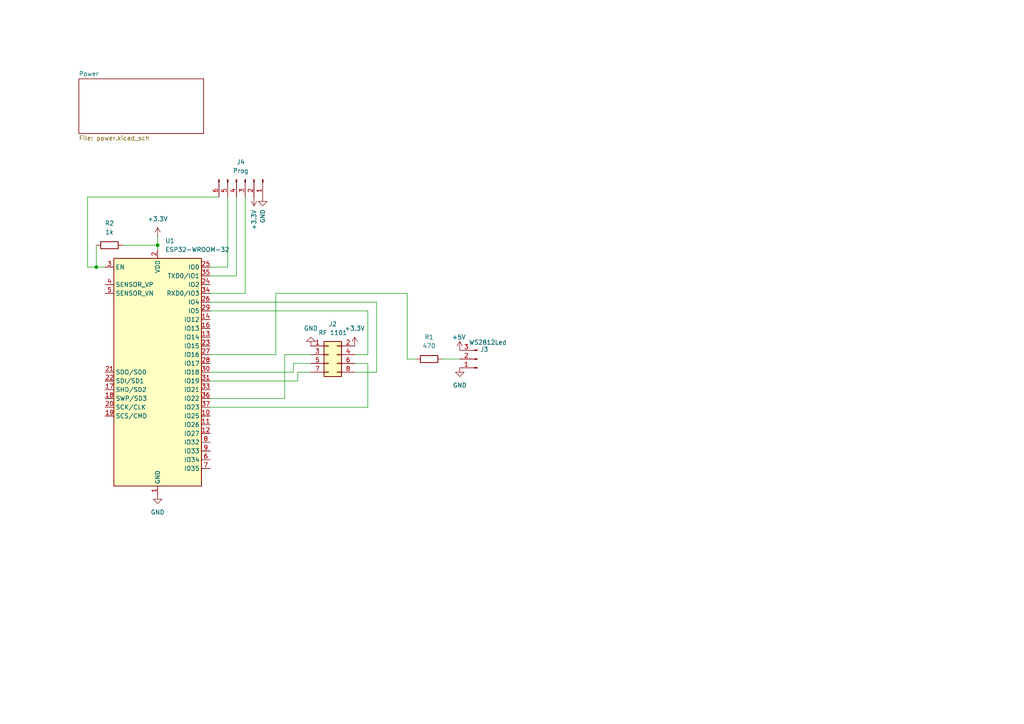
<source format=kicad_sch>
(kicad_sch (version 20231120) (generator "eeschema") (generator_version "8.0")
  (paper "A4")
  (lib_symbols
    (symbol "Connector:Conn_01x03_Pin" (pin_names (offset 1.016) hide)
      (property "Reference" "J" (at 0 5.08 0))
      (property "Value" "Conn_01x03_Pin" (at 0 -5.08 0))
      (symbol "Conn_01x03_Pin_1_1"
        (polyline (pts (xy 1.27 -2.54) (xy 0.8636 -2.54)) (stroke (width 0.1524)))
        (polyline (pts (xy 1.27 0) (xy 0.8636 0)) (stroke (width 0.1524)))
        (polyline (pts (xy 1.27 2.54) (xy 0.8636 2.54)) (stroke (width 0.1524)))
        (rectangle (start 0.8636 -2.413) (end 0 -2.667) (stroke (width 0.1524)) (fill (type outline)))
        (rectangle (start 0.8636 0.127) (end 0 -0.127) (stroke (width 0.1524)) (fill (type outline)))
        (rectangle (start 0.8636 2.667) (end 0 2.413) (stroke (width 0.1524)) (fill (type outline)))
        (pin passive line (at 5.08 2.54 180) (length 3.81) (name "Pin_1") (number "1"))
        (pin passive line (at 5.08 0 180) (length 3.81) (name "Pin_2") (number "2"))
        (pin passive line (at 5.08 -2.54 180) (length 3.81) (name "Pin_3") (number "3"))
      )
    )
    (symbol "Connector:Conn_01x06_Pin" (pin_names (offset 1.016) hide)
      (property "Reference" "J" (at 0 7.62 0))
      (property "Value" "Conn_01x06_Pin" (at 0 -10.16 0))
      (symbol "Conn_01x06_Pin_1_1"
        (polyline (pts (xy 1.27 -7.62) (xy 0.8636 -7.62)) (stroke (width 0.1524)))
        (polyline (pts (xy 1.27 -5.08) (xy 0.8636 -5.08)) (stroke (width 0.1524)))
        (polyline (pts (xy 1.27 -2.54) (xy 0.8636 -2.54)) (stroke (width 0.1524)))
        (polyline (pts (xy 1.27 0) (xy 0.8636 0)) (stroke (width 0.1524)))
        (polyline (pts (xy 1.27 2.54) (xy 0.8636 2.54)) (stroke (width 0.1524)))
        (polyline (pts (xy 1.27 5.08) (xy 0.8636 5.08)) (stroke (width 0.1524)))
        (rectangle (start 0.8636 -7.493) (end 0 -7.747) (stroke (width 0.1524)) (fill (type outline)))
        (rectangle (start 0.8636 -4.953) (end 0 -5.207) (stroke (width 0.1524)) (fill (type outline)))
        (rectangle (start 0.8636 -2.413) (end 0 -2.667) (stroke (width 0.1524)) (fill (type outline)))
        (rectangle (start 0.8636 0.127) (end 0 -0.127) (stroke (width 0.1524)) (fill (type outline)))
        (rectangle (start 0.8636 2.667) (end 0 2.413) (stroke (width 0.1524)) (fill (type outline)))
        (rectangle (start 0.8636 5.207) (end 0 4.953) (stroke (width 0.1524)) (fill (type outline)))
        (pin passive line (at 5.08 5.08 180) (length 3.81) (name "Pin_1") (number "1"))
        (pin passive line (at 5.08 2.54 180) (length 3.81) (name "Pin_2") (number "2"))
        (pin passive line (at 5.08 0 180) (length 3.81) (name "Pin_3") (number "3"))
        (pin passive line (at 5.08 -2.54 180) (length 3.81) (name "Pin_4") (number "4"))
        (pin passive line (at 5.08 -5.08 180) (length 3.81) (name "Pin_5") (number "5"))
        (pin passive line (at 5.08 -7.62 180) (length 3.81) (name "Pin_6") (number "6"))
      )
    )
    (symbol "Connector_Generic:Conn_02x04_Odd_Even" (pin_names (offset 1.016) hide)
      (property "Reference" "J" (at 1.27 5.08 0))
      (property "Value" "Conn_02x04_Odd_Even" (at 1.27 -7.62 0))
      (symbol "Conn_02x04_Odd_Even_1_1"
        (rectangle (start -1.27 -4.953) (end 0 -5.207) (stroke (width 0.1524)))
        (rectangle (start -1.27 -2.413) (end 0 -2.667) (stroke (width 0.1524)))
        (rectangle (start -1.27 0.127) (end 0 -0.127) (stroke (width 0.1524)))
        (rectangle (start -1.27 2.667) (end 0 2.413) (stroke (width 0.1524)))
        (rectangle (start -1.27 3.81) (end 3.81 -6.35) (stroke (width 0.254)) (fill (type background)))
        (rectangle (start 3.81 -4.953) (end 2.54 -5.207) (stroke (width 0.1524)))
        (rectangle (start 3.81 -2.413) (end 2.54 -2.667) (stroke (width 0.1524)))
        (rectangle (start 3.81 0.127) (end 2.54 -0.127) (stroke (width 0.1524)))
        (rectangle (start 3.81 2.667) (end 2.54 2.413) (stroke (width 0.1524)))
        (pin passive line (at -5.08 2.54 0) (length 3.81) (name "Pin_1") (number "1"))
        (pin passive line (at 7.62 2.54 180) (length 3.81) (name "Pin_2") (number "2"))
        (pin passive line (at -5.08 0 0) (length 3.81) (name "Pin_3") (number "3"))
        (pin passive line (at 7.62 0 180) (length 3.81) (name "Pin_4") (number "4"))
        (pin passive line (at -5.08 -2.54 0) (length 3.81) (name "Pin_5") (number "5"))
        (pin passive line (at 7.62 -2.54 180) (length 3.81) (name "Pin_6") (number "6"))
        (pin passive line (at -5.08 -5.08 0) (length 3.81) (name "Pin_7") (number "7"))
        (pin passive line (at 7.62 -5.08 180) (length 3.81) (name "Pin_8") (number "8"))
      )
    )
    (symbol "Device:R" (pin_numbers hide) (pin_names (offset 0))
      (property "Reference" "R" (at 2.032 0 90))
      (property "Value" "R" (at 0 0 90))
      (symbol "R_0_1"
        (rectangle (start -1.016 -2.54) (end 1.016 2.54) (stroke (width 0.254)))
      )
      (symbol "R_1_1"
        (pin passive line (at 0 3.81 270) (length 1.27) (name "~") (number "1"))
        (pin passive line (at 0 -3.81 90) (length 1.27) (name "~") (number "2"))
      )
    )
    (symbol "RF_Module:ESP32-WROOM-32"
      (property "Reference" "U" (at -12.7 34.29 0))
      (property "Value" "ESP32-WROOM-32" (at 1.27 34.29 0))
      (symbol "ESP32-WROOM-32_0_1"
        (rectangle (start -12.7 33.02) (end 12.7 -33.02) (stroke (width 0.254)) (fill (type background)))
      )
      (symbol "ESP32-WROOM-32_1_1"
        (pin power_in line (at 0 -35.56 90) (length 2.54) (name "GND") (number "1"))
        (pin bidirectional line (at 15.24 -12.7 180) (length 2.54) (name "IO25") (number "10"))
        (pin bidirectional line (at 15.24 -15.24 180) (length 2.54) (name "IO26") (number "11"))
        (pin bidirectional line (at 15.24 -17.78 180) (length 2.54) (name "IO27") (number "12"))
        (pin bidirectional line (at 15.24 10.16 180) (length 2.54) (name "IO14") (number "13"))
        (pin bidirectional line (at 15.24 15.24 180) (length 2.54) (name "IO12") (number "14"))
        (pin passive line (at 0 -35.56 90) (length 2.54) hide (name "GND") (number "15"))
        (pin bidirectional line (at 15.24 12.7 180) (length 2.54) (name "IO13") (number "16"))
        (pin bidirectional line (at -15.24 -5.08 0) (length 2.54) (name "SHD/SD2") (number "17"))
        (pin bidirectional line (at -15.24 -7.62 0) (length 2.54) (name "SWP/SD3") (number "18"))
        (pin bidirectional line (at -15.24 -12.7 0) (length 2.54) (name "SCS/CMD") (number "19"))
        (pin power_in line (at 0 35.56 270) (length 2.54) (name "VDD") (number "2"))
        (pin bidirectional line (at -15.24 -10.16 0) (length 2.54) (name "SCK/CLK") (number "20"))
        (pin bidirectional line (at -15.24 0 0) (length 2.54) (name "SDO/SD0") (number "21"))
        (pin bidirectional line (at -15.24 -2.54 0) (length 2.54) (name "SDI/SD1") (number "22"))
        (pin bidirectional line (at 15.24 7.62 180) (length 2.54) (name "IO15") (number "23"))
        (pin bidirectional line (at 15.24 25.4 180) (length 2.54) (name "IO2") (number "24"))
        (pin bidirectional line (at 15.24 30.48 180) (length 2.54) (name "IO0") (number "25"))
        (pin bidirectional line (at 15.24 20.32 180) (length 2.54) (name "IO4") (number "26"))
        (pin bidirectional line (at 15.24 5.08 180) (length 2.54) (name "IO16") (number "27"))
        (pin bidirectional line (at 15.24 2.54 180) (length 2.54) (name "IO17") (number "28"))
        (pin bidirectional line (at 15.24 17.78 180) (length 2.54) (name "IO5") (number "29"))
        (pin input line (at -15.24 30.48 0) (length 2.54) (name "EN") (number "3"))
        (pin bidirectional line (at 15.24 0 180) (length 2.54) (name "IO18") (number "30"))
        (pin bidirectional line (at 15.24 -2.54 180) (length 2.54) (name "IO19") (number "31"))
        (pin no_connect line (at -12.7 -27.94 0) (length 2.54) hide (name "NC") (number "32"))
        (pin bidirectional line (at 15.24 -5.08 180) (length 2.54) (name "IO21") (number "33"))
        (pin bidirectional line (at 15.24 22.86 180) (length 2.54) (name "RXD0/IO3") (number "34"))
        (pin bidirectional line (at 15.24 27.94 180) (length 2.54) (name "TXD0/IO1") (number "35"))
        (pin bidirectional line (at 15.24 -7.62 180) (length 2.54) (name "IO22") (number "36"))
        (pin bidirectional line (at 15.24 -10.16 180) (length 2.54) (name "IO23") (number "37"))
        (pin passive line (at 0 -35.56 90) (length 2.54) hide (name "GND") (number "38"))
        (pin passive line (at 0 -35.56 90) (length 2.54) hide (name "GND") (number "39"))
        (pin input line (at -15.24 25.4 0) (length 2.54) (name "SENSOR_VP") (number "4"))
        (pin input line (at -15.24 22.86 0) (length 2.54) (name "SENSOR_VN") (number "5"))
        (pin input line (at 15.24 -25.4 180) (length 2.54) (name "IO34") (number "6"))
        (pin input line (at 15.24 -27.94 180) (length 2.54) (name "IO35") (number "7"))
        (pin bidirectional line (at 15.24 -20.32 180) (length 2.54) (name "IO32") (number "8"))
        (pin bidirectional line (at 15.24 -22.86 180) (length 2.54) (name "IO33") (number "9"))
      )
    )
    (symbol "power:+3.3V" (power) (pin_numbers hide) (pin_names (offset 0) hide)
      (property "Value" "+3.3V" (at 0 3.556 0))
      (symbol "+3.3V_0_1"
        (polyline (pts (xy -0.762 1.27) (xy 0 2.54)))
        (polyline (pts (xy 0 0) (xy 0 2.54)))
        (polyline (pts (xy 0 2.54) (xy 0.762 1.27)))
      )
      (symbol "+3.3V_1_1"
        (pin power_in line (at 0 0 90) (length 0) (name "~") (number "1"))
      )
    )
    (symbol "power:+5V" (power) (pin_numbers hide) (pin_names (offset 0) hide)
      (property "Value" "+5V" (at 0 3.556 0))
      (symbol "+5V_0_1"
        (polyline (pts (xy -0.762 1.27) (xy 0 2.54)))
        (polyline (pts (xy 0 0) (xy 0 2.54)))
        (polyline (pts (xy 0 2.54) (xy 0.762 1.27)))
      )
      (symbol "+5V_1_1"
        (pin power_in line (at 0 0 90) (length 0) (name "~") (number "1"))
      )
    )
    (symbol "power:GND" (power) (pin_numbers hide) (pin_names (offset 0) hide)
      (property "Value" "GND" (at 0 -3.81 0))
      (symbol "GND_0_1"
        (polyline (pts (xy 0 0) (xy 0 -1.27) (xy 1.27 -1.27) (xy 0 -2.54) (xy -1.27 -1.27) (xy 0 -1.27)))
      )
      (symbol "GND_1_1"
        (pin power_in line (at 0 0 270) (length 0) (name "~") (number "1"))
      )
    )
  )
  (junction (at 27.94 77.47))
  (junction (at 45.72 71.12))
  (wire (pts (xy 109.22 107.95) (xy 102.87 107.95)))
  (wire (pts (xy 86.36 107.95) (xy 90.17 107.95)))
  (wire (pts (xy 60.96 110.49) (xy 86.36 110.49)))
  (wire (pts (xy 45.72 71.12) (xy 45.72 72.39)))
  (wire (pts (xy 85.09 105.41) (xy 90.17 105.41)))
  (wire (pts (xy 82.55 102.87) (xy 90.17 102.87)))
  (wire (pts (xy 118.11 104.14) (xy 120.65 104.14)))
  (wire (pts (xy 25.4 77.47) (xy 27.94 77.47)))
  (wire (pts (xy 71.12 57.15) (xy 71.12 85.09)))
  (wire (pts (xy 68.58 57.15) (xy 68.58 80.01)))
  (wire (pts (xy 66.04 77.47) (xy 60.96 77.47)))
  (wire (pts (xy 80.01 85.09) (xy 80.01 102.87)))
  (wire (pts (xy 102.87 105.41) (xy 106.68 105.41)))
  (wire (pts (xy 60.96 118.11) (xy 106.68 118.11)))
  (wire (pts (xy 25.4 57.15) (xy 25.4 77.47)))
  (wire (pts (xy 63.5 57.15) (xy 25.4 57.15)))
  (wire (pts (xy 27.94 77.47) (xy 30.48 77.47)))
  (wire (pts (xy 60.96 90.17) (xy 106.68 90.17)))
  (wire (pts (xy 106.68 90.17) (xy 106.68 102.87)))
  (wire (pts (xy 86.36 110.49) (xy 86.36 107.95)))
  (wire (pts (xy 106.68 118.11) (xy 106.68 105.41)))
  (wire (pts (xy 71.12 85.09) (xy 60.96 85.09)))
  (wire (pts (xy 60.96 115.57) (xy 82.55 115.57)))
  (wire (pts (xy 118.11 85.09) (xy 118.11 104.14)))
  (wire (pts (xy 106.68 102.87) (xy 102.87 102.87)))
  (wire (pts (xy 85.09 105.41) (xy 85.09 107.95)))
  (wire (pts (xy 60.96 102.87) (xy 80.01 102.87)))
  (wire (pts (xy 109.22 87.63) (xy 109.22 107.95)))
  (wire (pts (xy 85.09 107.95) (xy 60.96 107.95)))
  (wire (pts (xy 68.58 80.01) (xy 60.96 80.01)))
  (wire (pts (xy 60.96 87.63) (xy 109.22 87.63)))
  (wire (pts (xy 35.56 71.12) (xy 45.72 71.12)))
  (wire (pts (xy 80.01 85.09) (xy 118.11 85.09)))
  (wire (pts (xy 27.94 71.12) (xy 27.94 77.47)))
  (wire (pts (xy 82.55 115.57) (xy 82.55 102.87)))
  (wire (pts (xy 128.27 104.14) (xy 133.35 104.14)))
  (wire (pts (xy 66.04 57.15) (xy 66.04 77.47)))
  (wire (pts (xy 45.72 68.58) (xy 45.72 71.12)))
  (symbol (lib_id "Connector_Generic:Conn_02x04_Odd_Even") (at 95.25 102.87 0) (unit 1)
    (property "Reference" "J2" (at 96.52 93.98 0))
    (property "Value" "RF 1101" (at 96.52 96.52 0))
    (property "Footprint" "Connector_PinHeader_2.54mm:PinHeader_2x04_P2.54mm_Vertical" (effects (hide yes)))
    (property "Description" "Generic connector, double row, 02x04, odd/even pin numbering scheme (row 1 odd numbers, row 2 even numbers), script generated (kicad-library-utils/schlib/autogen/connector/)" (effects (hide yes)))
  )
  (symbol (lib_id "power:+3.3V") (at 73.66 57.15 180) (unit 1)
    (property "Reference" "#PWR08" (effects (hide yes)))
    (property "Value" "+3.3V" (at 73.66 63.754 90))
    (property "Description" "Power symbol creates a global label with name \"+3.3V\"" (effects (hide yes)))
  )
  (symbol (lib_id "power:GND") (at 45.72 143.51 0) (unit 1)
    (property "Reference" "#PWR07" (effects (hide yes)))
    (property "Value" "GND" (at 45.72 148.59 0))
    (property "Description" "Power symbol creates a global label with name \"GND\" , ground" (effects (hide yes)))
  )
  (symbol (lib_id "power:GND") (at 133.35 106.68 0) (unit 1)
    (property "Reference" "#PWR04" (effects (hide yes)))
    (property "Value" "GND" (at 133.35 111.76 0))
    (property "Description" "Power symbol creates a global label with name \"GND\" , ground" (effects (hide yes)))
  )
  (symbol (lib_id "power:+3.3V") (at 45.72 68.58 0) (unit 1)
    (property "Reference" "#PWR06" (effects (hide yes)))
    (property "Value" "+3.3V" (at 45.72 63.5 0))
    (property "Description" "Power symbol creates a global label with name \"+3.3V\"" (effects (hide yes)))
  )
  (symbol (lib_id "power:GND") (at 90.17 100.33 180) (unit 1)
    (property "Reference" "#PWR03" (effects (hide yes)))
    (property "Value" "GND" (at 90.17 95.25 0))
    (property "Description" "Power symbol creates a global label with name \"GND\" , ground" (effects (hide yes)))
  )
  (symbol (lib_id "power:+5V") (at 133.35 101.6 0) (unit 1)
    (property "Reference" "#PWR05" (effects (hide yes)))
    (property "Value" "+5V" (at 133.096 97.79 0))
    (property "Description" "Power symbol creates a global label with name \"+5V\"" (effects (hide yes)))
  )
  (symbol (lib_id "Device:R") (at 124.46 104.14 90) (unit 1)
    (property "Reference" "R1" (at 124.46 97.79 90))
    (property "Value" "470" (at 124.46 100.33 90))
    (property "Footprint" "Resistor_SMD:R_0603_1608Metric" (effects (hide yes)))
    (property "Description" "Resistor" (effects (hide yes)))
    (property "LCSC" "C23179" (effects (hide yes)))
  )
  (symbol (lib_id "Connector:Conn_01x06_Pin") (at 71.12 52.07 270) (unit 1)
    (property "Reference" "J4" (at 69.85 46.99 90))
    (property "Value" "Prog" (at 69.85 49.53 90))
    (property "Footprint" "Connector_PinHeader_2.54mm:PinHeader_1x06_P2.54mm_Vertical" (effects (hide yes)))
    (property "Description" "Generic connector, single row, 01x06, script generated" (effects (hide yes)))
  )
  (symbol (lib_id "power:GND") (at 76.2 57.15 0) (unit 1)
    (property "Reference" "#PWR09" (effects (hide yes)))
    (property "Value" "GND" (at 76.2 62.738 90))
    (property "Description" "Power symbol creates a global label with name \"GND\" , ground" (effects (hide yes)))
  )
  (symbol (lib_id "power:+3.3V") (at 102.87 100.33 0) (unit 1)
    (property "Reference" "#PWR02" (effects (hide yes)))
    (property "Value" "+3.3V" (at 102.87 95.25 0))
    (property "Description" "Power symbol creates a global label with name \"+3.3V\"" (effects (hide yes)))
  )
  (symbol (lib_id "Device:R") (at 31.75 71.12 90) (unit 1)
    (property "Reference" "R2" (at 31.75 64.77 90))
    (property "Value" "1k" (at 31.75 67.31 90))
    (property "Footprint" "Resistor_SMD:R_0603_1608Metric" (effects (hide yes)))
    (property "LCSC" "C21190" (effects (hide yes)))
  )
  (symbol (lib_id "RF_Module:ESP32-WROOM-32") (at 45.72 107.95 0) (unit 1)
    (property "Reference" "U1" (at 47.9141 69.85 0) (effects (justify left)))
    (property "Value" "ESP32-WROOM-32" (at 47.9141 72.39 0) (effects (justify left)))
    (property "Footprint" "RF_Module:ESP32-WROOM-32" (effects (hide yes)))
    (property "Datasheet" "https://www.espressif.com/sites/default/files/documentation/esp32-wroom-32_datasheet_en.pdf" (effects (hide yes)))
    (property "Description" "RF Module, ESP32-D0WDQ6 SoC, Wi-Fi 802.11b/g/n, Bluetooth, BLE, 32-bit, 2.7-3.6V, onboard antenna, SMD" (effects (hide yes)))
    (property "LCSC" "C82899" (effects (hide yes)))
  )
  (symbol (lib_id "Connector:Conn_01x03_Pin") (at 138.43 104.14 180) (unit 1)
    (property "Reference" "J3" (at 140.462 101.346 0))
    (property "Value" "WS2812Led" (at 141.478 99.314 0))
    (property "Footprint" "Connector_PinHeader_2.54mm:PinHeader_1x03_P2.54mm_Vertical" (effects (hide yes)))
    (property "Description" "Generic connector, single row, 01x03, script generated" (effects (hide yes)))
  )
  (sheet (at 22.86 22.86) (size 36.195 15.875) (stroke (width 0.1524))
    (property "Sheetname" "Power" (at 22.86 22.1484 0) (effects (justify left bottom)))
    (property "Sheetfile" "power.kicad_sch" (at 22.86 39.3196 0) (effects (justify left top)))
  )
)
</source>
